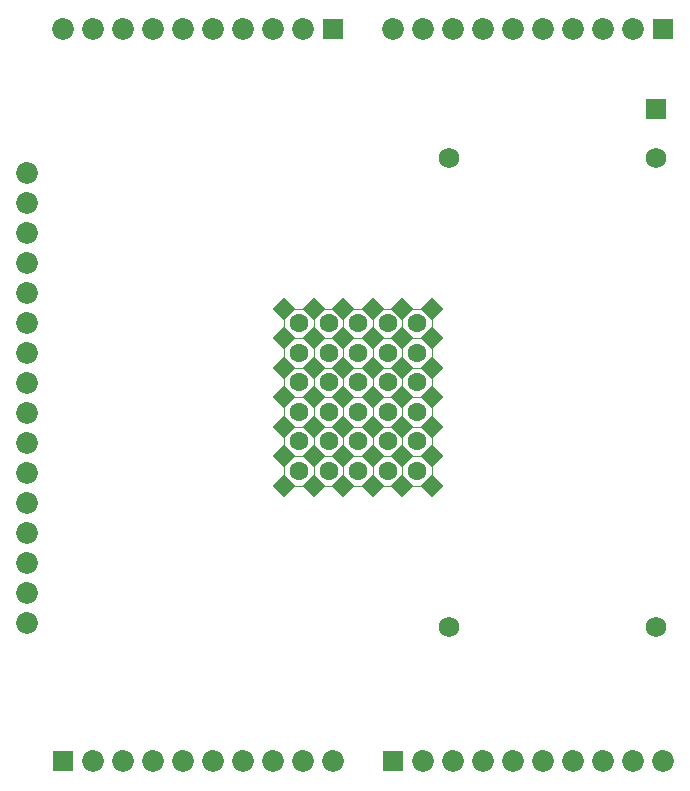
<source format=gbs>
G04*
G04 #@! TF.GenerationSoftware,Altium Limited,CircuitStudio,1.5.2 (30)*
G04*
G04 Layer_Color=8150272*
%FSLAX42Y42*%
%MOMM*%
G71*
G01*
G75*
%ADD17C,1.85*%
%ADD18R,1.73X1.73*%
%ADD19C,1.85*%
%ADD20R,1.80X1.80*%
%ADD21C,1.73*%
%ADD22C,1.60*%
%ADD23P,1.41X8X22.5*%
%ADD24C,0.12*%
%ADD25P,2.00X4X90.0*%
D17*
X2240Y3200D02*
D03*
Y4470D02*
D03*
Y4724D02*
D03*
Y4978D02*
D03*
Y5232D02*
D03*
Y5486D02*
D03*
Y5740D02*
D03*
Y5994D02*
D03*
Y6248D02*
D03*
Y6502D02*
D03*
Y6756D02*
D03*
Y7010D02*
D03*
Y4216D02*
D03*
Y3962D02*
D03*
Y3708D02*
D03*
Y3454D02*
D03*
D18*
X7560Y7550D02*
D03*
D19*
X7620Y2032D02*
D03*
X7366D02*
D03*
X7112D02*
D03*
X6858D02*
D03*
X6604D02*
D03*
X6350D02*
D03*
X6096D02*
D03*
X5842D02*
D03*
X5588D02*
D03*
X4826D02*
D03*
X4572D02*
D03*
X4318D02*
D03*
X4064D02*
D03*
X3810D02*
D03*
X3556D02*
D03*
X3302D02*
D03*
X3048D02*
D03*
X2794D02*
D03*
X2540Y8228D02*
D03*
X2794D02*
D03*
X3048D02*
D03*
X3302D02*
D03*
X3556D02*
D03*
X3810D02*
D03*
X4064D02*
D03*
X4318D02*
D03*
X4572D02*
D03*
X5334D02*
D03*
X5588D02*
D03*
X5842D02*
D03*
X6096D02*
D03*
X6350D02*
D03*
X6604D02*
D03*
X6858D02*
D03*
X7112D02*
D03*
X7366D02*
D03*
D20*
X5334Y2032D02*
D03*
X2540D02*
D03*
X4826Y8228D02*
D03*
X7620D02*
D03*
D21*
X5810Y3165D02*
D03*
Y7140D02*
D03*
X7560Y3165D02*
D03*
Y7140D02*
D03*
D22*
X4540Y5740D02*
D03*
X5040Y5490D02*
D03*
X5290D02*
D03*
X4540Y5240D02*
D03*
X4790D02*
D03*
X5040D02*
D03*
X5290D02*
D03*
X5540D02*
D03*
Y4990D02*
D03*
Y4740D02*
D03*
X5290D02*
D03*
Y4990D02*
D03*
X5040Y4740D02*
D03*
X4790Y4490D02*
D03*
X4540D02*
D03*
X4790Y4740D02*
D03*
X4540D02*
D03*
X5040Y4990D02*
D03*
X4790D02*
D03*
X4540D02*
D03*
X4790Y5490D02*
D03*
X4540D02*
D03*
X5540D02*
D03*
Y5740D02*
D03*
X5290D02*
D03*
X5040D02*
D03*
Y4490D02*
D03*
X5290D02*
D03*
X5540D02*
D03*
X4790Y5740D02*
D03*
D23*
X5665Y5115D02*
D03*
X4415D02*
D03*
D24*
Y5865D02*
X4665D01*
X4915D01*
X5165D01*
X5415D01*
X5665D01*
X4415Y5615D02*
Y5865D01*
X4665Y5615D02*
Y5865D01*
X4915Y5615D02*
Y5865D01*
X5165Y5615D02*
Y5865D01*
X5415Y5615D02*
Y5865D01*
X5665Y5615D02*
Y5865D01*
Y5365D02*
Y5615D01*
X5415Y5365D02*
Y5615D01*
X5165Y5365D02*
Y5615D01*
X4915Y5365D02*
Y5615D01*
X4665Y5365D02*
Y5615D01*
X4415Y5365D02*
Y5615D01*
X5415D02*
X5665D01*
X5165D02*
X5415D01*
X4915D02*
X5165D01*
X4665D02*
X4915D01*
X4415D02*
X4665D01*
X5665Y5115D02*
Y5365D01*
X5415Y5115D02*
Y5365D01*
X5165Y5115D02*
Y5365D01*
X4915Y5115D02*
Y5365D01*
X4665Y5115D02*
Y5365D01*
X4415Y5115D02*
Y5365D01*
X5415D02*
X5665D01*
X5165D02*
X5415D01*
X4915D02*
X5165D01*
X4665D02*
X4915D01*
X4415D02*
X4665D01*
X5665Y4865D02*
Y5115D01*
X5415Y4865D02*
Y5115D01*
X5165Y4865D02*
Y5115D01*
X4915Y4865D02*
Y5115D01*
X4665Y4865D02*
Y5115D01*
X4415Y4865D02*
Y5115D01*
X5415D02*
X5665D01*
X5165D02*
X5415D01*
X4915D02*
X5165D01*
X4665D02*
X4915D01*
X4415D02*
X4665D01*
X5665Y4615D02*
Y4865D01*
X5415Y4615D02*
Y4865D01*
X5165Y4615D02*
Y4865D01*
X4915Y4615D02*
Y4865D01*
X4665Y4615D02*
Y4865D01*
X4415Y4615D02*
Y4865D01*
X5415D02*
X5665D01*
X5165D02*
X5415D01*
X4915D02*
X5165D01*
X4665D02*
X4915D01*
X4415D02*
X4665D01*
X5665Y4365D02*
Y4615D01*
X5415Y4365D02*
Y4615D01*
X5165Y4365D02*
Y4615D01*
X4915Y4365D02*
Y4615D01*
X4665Y4365D02*
Y4615D01*
X4415Y4365D02*
Y4615D01*
X5415D02*
X5665D01*
X5165D02*
X5415D01*
X4915D02*
X5165D01*
X4665D02*
X4915D01*
X4415D02*
X4665D01*
X5415Y4365D02*
X5665D01*
X5165D02*
X5415D01*
X4915D02*
X5165D01*
X4665D02*
X4915D01*
X4415D02*
X4665D01*
D25*
X5665Y5865D02*
D03*
X5415D02*
D03*
X5165D02*
D03*
X4915D02*
D03*
X4665D02*
D03*
X4415D02*
D03*
Y5615D02*
D03*
X4665D02*
D03*
X4915D02*
D03*
X5165D02*
D03*
X5415D02*
D03*
X5665D02*
D03*
X4415Y5365D02*
D03*
X4665D02*
D03*
X4915D02*
D03*
X5165D02*
D03*
X5415D02*
D03*
X5665D02*
D03*
X4415Y5115D02*
D03*
X4665D02*
D03*
X4915D02*
D03*
X5165D02*
D03*
X5415D02*
D03*
X5665D02*
D03*
X4415Y4865D02*
D03*
X4665D02*
D03*
X4915D02*
D03*
X5165D02*
D03*
X5415D02*
D03*
X5665D02*
D03*
X4415Y4615D02*
D03*
X4665D02*
D03*
X4915D02*
D03*
X5165D02*
D03*
X5415D02*
D03*
X5665D02*
D03*
X4415Y4365D02*
D03*
X4665D02*
D03*
X4915D02*
D03*
X5165D02*
D03*
X5415D02*
D03*
X5665D02*
D03*
M02*

</source>
